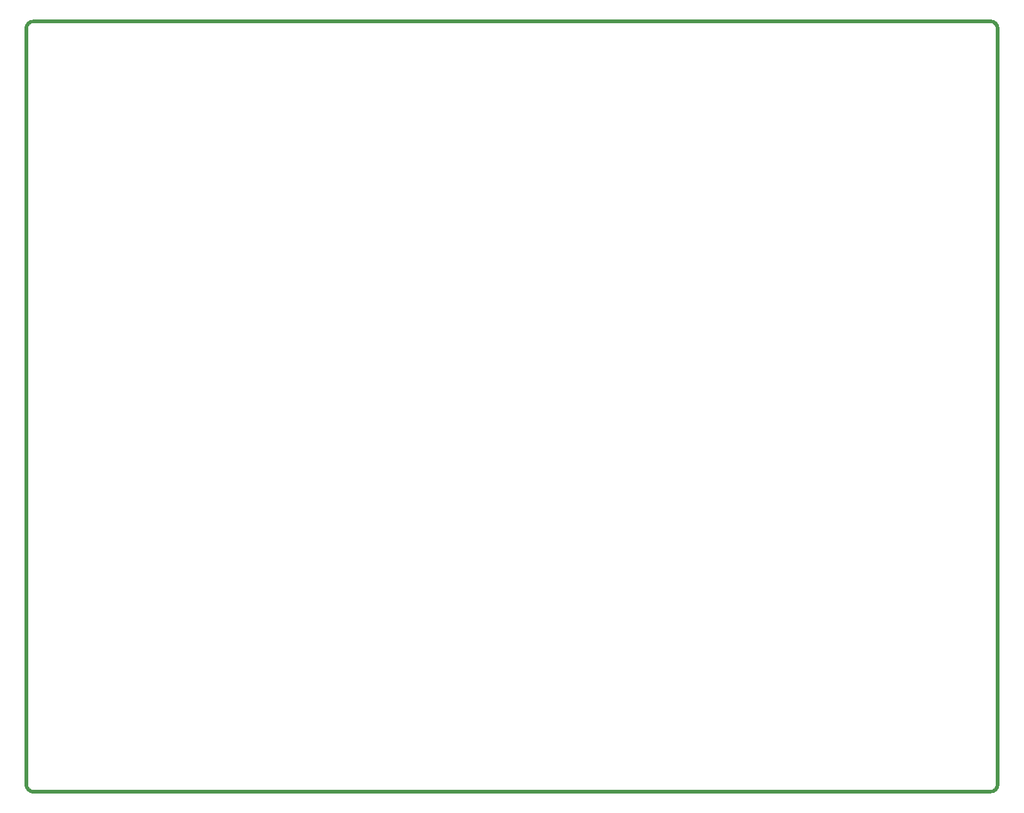
<source format=gm1>
G04*
G04 #@! TF.GenerationSoftware,Altium Limited,Altium Designer,23.4.1 (23)*
G04*
G04 Layer_Color=16711935*
%FSLAX44Y44*%
%MOMM*%
G71*
G04*
G04 #@! TF.SameCoordinates,D707CC84-C655-447D-9D72-A261F95A4AE0*
G04*
G04*
G04 #@! TF.FilePolarity,Positive*
G04*
G01*
G75*
%ADD17C,0.5000*%
D17*
X1310000Y1030000D02*
G03*
X1300000Y1040000I-10000J0D01*
G01*
Y0D02*
G03*
X1310000Y10000I0J10000D01*
G01*
X0D02*
G03*
X10000Y0I10000J0D01*
G01*
Y1040000D02*
G03*
X0Y1030000I0J-10000D01*
G01*
X1310000Y10000D02*
Y1030000D01*
X10000Y0D02*
X1300000D01*
X10000Y1040000D02*
X1300000D01*
X0Y10000D02*
Y1030000D01*
M02*

</source>
